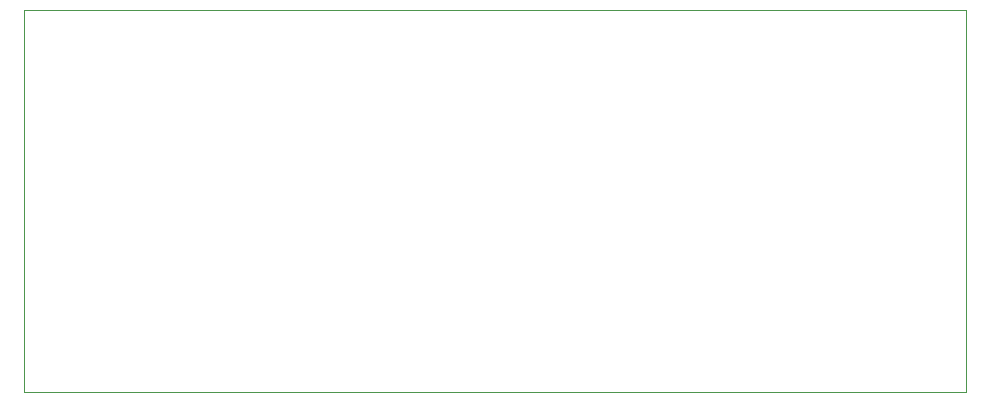
<source format=gbr>
G04 #@! TF.GenerationSoftware,KiCad,Pcbnew,(5.1.5)-3*
G04 #@! TF.CreationDate,2020-02-22T21:26:02+01:00*
G04 #@! TF.ProjectId,SchluesselbrettV2,5363686c-7565-4737-9365-6c6272657474,rev?*
G04 #@! TF.SameCoordinates,Original*
G04 #@! TF.FileFunction,Profile,NP*
%FSLAX46Y46*%
G04 Gerber Fmt 4.6, Leading zero omitted, Abs format (unit mm)*
G04 Created by KiCad (PCBNEW (5.1.5)-3) date 2020-02-22 21:26:02*
%MOMM*%
%LPD*%
G04 APERTURE LIST*
G04 #@! TA.AperFunction,Profile*
%ADD10C,0.100000*%
G04 #@! TD*
G04 APERTURE END LIST*
D10*
X167995600Y-58775600D02*
X167995600Y-91109800D01*
X88239600Y-58775600D02*
X167995600Y-58775600D01*
X88239600Y-91109800D02*
X88239600Y-58775600D01*
X167995600Y-91109800D02*
X88239600Y-91109800D01*
M02*

</source>
